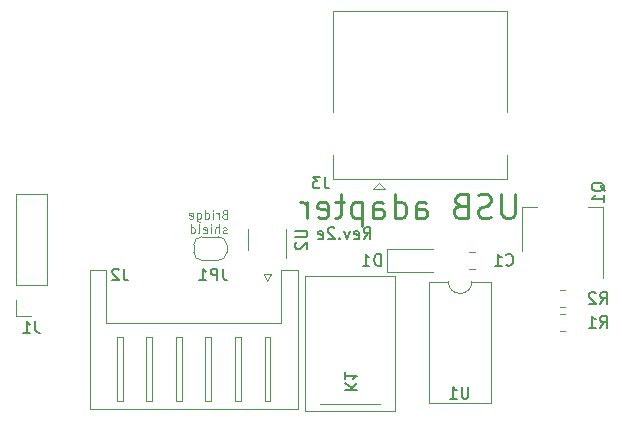
<source format=gbo>
G04 #@! TF.GenerationSoftware,KiCad,Pcbnew,5.1.9+dfsg1-1+deb11u1*
G04 #@! TF.CreationDate,2023-07-30T21:54:34+09:00*
G04 #@! TF.ProjectId,tablet-usb-adapter,7461626c-6574-42d7-9573-622d61646170,rev?*
G04 #@! TF.SameCoordinates,Original*
G04 #@! TF.FileFunction,Legend,Bot*
G04 #@! TF.FilePolarity,Positive*
%FSLAX46Y46*%
G04 Gerber Fmt 4.6, Leading zero omitted, Abs format (unit mm)*
G04 Created by KiCad (PCBNEW 5.1.9+dfsg1-1+deb11u1) date 2023-07-30 21:54:34*
%MOMM*%
%LPD*%
G01*
G04 APERTURE LIST*
%ADD10C,0.100000*%
%ADD11C,0.150000*%
%ADD12C,0.250000*%
%ADD13C,0.120000*%
%ADD14C,5.600000*%
%ADD15R,1.700000X1.700000*%
%ADD16O,1.700000X1.700000*%
%ADD17O,1.700000X1.950000*%
%ADD18C,3.500000*%
%ADD19R,1.524000X1.524000*%
%ADD20C,1.524000*%
%ADD21R,3.800000X2.000000*%
%ADD22R,1.500000X2.000000*%
%ADD23R,1.600000X1.600000*%
%ADD24O,1.600000X1.600000*%
%ADD25R,0.900000X1.200000*%
%ADD26C,2.000000*%
%ADD27R,0.650000X1.060000*%
%ADD28R,1.000000X1.000000*%
G04 APERTURE END LIST*
D10*
X114857142Y-74333928D02*
X114750000Y-74369642D01*
X114714285Y-74405357D01*
X114678571Y-74476785D01*
X114678571Y-74583928D01*
X114714285Y-74655357D01*
X114750000Y-74691071D01*
X114821428Y-74726785D01*
X115107142Y-74726785D01*
X115107142Y-73976785D01*
X114857142Y-73976785D01*
X114785714Y-74012500D01*
X114750000Y-74048214D01*
X114714285Y-74119642D01*
X114714285Y-74191071D01*
X114750000Y-74262500D01*
X114785714Y-74298214D01*
X114857142Y-74333928D01*
X115107142Y-74333928D01*
X114357142Y-74726785D02*
X114357142Y-74226785D01*
X114357142Y-74369642D02*
X114321428Y-74298214D01*
X114285714Y-74262500D01*
X114214285Y-74226785D01*
X114142857Y-74226785D01*
X113892857Y-74726785D02*
X113892857Y-74226785D01*
X113892857Y-73976785D02*
X113928571Y-74012500D01*
X113892857Y-74048214D01*
X113857142Y-74012500D01*
X113892857Y-73976785D01*
X113892857Y-74048214D01*
X113214285Y-74726785D02*
X113214285Y-73976785D01*
X113214285Y-74691071D02*
X113285714Y-74726785D01*
X113428571Y-74726785D01*
X113500000Y-74691071D01*
X113535714Y-74655357D01*
X113571428Y-74583928D01*
X113571428Y-74369642D01*
X113535714Y-74298214D01*
X113500000Y-74262500D01*
X113428571Y-74226785D01*
X113285714Y-74226785D01*
X113214285Y-74262500D01*
X112535714Y-74226785D02*
X112535714Y-74833928D01*
X112571428Y-74905357D01*
X112607142Y-74941071D01*
X112678571Y-74976785D01*
X112785714Y-74976785D01*
X112857142Y-74941071D01*
X112535714Y-74691071D02*
X112607142Y-74726785D01*
X112750000Y-74726785D01*
X112821428Y-74691071D01*
X112857142Y-74655357D01*
X112892857Y-74583928D01*
X112892857Y-74369642D01*
X112857142Y-74298214D01*
X112821428Y-74262500D01*
X112750000Y-74226785D01*
X112607142Y-74226785D01*
X112535714Y-74262500D01*
X111892857Y-74691071D02*
X111964285Y-74726785D01*
X112107142Y-74726785D01*
X112178571Y-74691071D01*
X112214285Y-74619642D01*
X112214285Y-74333928D01*
X112178571Y-74262500D01*
X112107142Y-74226785D01*
X111964285Y-74226785D01*
X111892857Y-74262500D01*
X111857142Y-74333928D01*
X111857142Y-74405357D01*
X112214285Y-74476785D01*
X115035714Y-75916071D02*
X114964285Y-75951785D01*
X114821428Y-75951785D01*
X114750000Y-75916071D01*
X114714285Y-75844642D01*
X114714285Y-75808928D01*
X114750000Y-75737500D01*
X114821428Y-75701785D01*
X114928571Y-75701785D01*
X115000000Y-75666071D01*
X115035714Y-75594642D01*
X115035714Y-75558928D01*
X115000000Y-75487500D01*
X114928571Y-75451785D01*
X114821428Y-75451785D01*
X114750000Y-75487500D01*
X114392857Y-75951785D02*
X114392857Y-75201785D01*
X114071428Y-75951785D02*
X114071428Y-75558928D01*
X114107142Y-75487500D01*
X114178571Y-75451785D01*
X114285714Y-75451785D01*
X114357142Y-75487500D01*
X114392857Y-75523214D01*
X113714285Y-75951785D02*
X113714285Y-75451785D01*
X113714285Y-75201785D02*
X113750000Y-75237500D01*
X113714285Y-75273214D01*
X113678571Y-75237500D01*
X113714285Y-75201785D01*
X113714285Y-75273214D01*
X113071428Y-75916071D02*
X113142857Y-75951785D01*
X113285714Y-75951785D01*
X113357142Y-75916071D01*
X113392857Y-75844642D01*
X113392857Y-75558928D01*
X113357142Y-75487500D01*
X113285714Y-75451785D01*
X113142857Y-75451785D01*
X113071428Y-75487500D01*
X113035714Y-75558928D01*
X113035714Y-75630357D01*
X113392857Y-75701785D01*
X112607142Y-75951785D02*
X112678571Y-75916071D01*
X112714285Y-75844642D01*
X112714285Y-75201785D01*
X112000000Y-75951785D02*
X112000000Y-75201785D01*
X112000000Y-75916071D02*
X112071428Y-75951785D01*
X112214285Y-75951785D01*
X112285714Y-75916071D01*
X112321428Y-75880357D01*
X112357142Y-75808928D01*
X112357142Y-75594642D01*
X112321428Y-75523214D01*
X112285714Y-75487500D01*
X112214285Y-75451785D01*
X112071428Y-75451785D01*
X112000000Y-75487500D01*
D11*
X126642857Y-76452380D02*
X126976190Y-75976190D01*
X127214285Y-76452380D02*
X127214285Y-75452380D01*
X126833333Y-75452380D01*
X126738095Y-75500000D01*
X126690476Y-75547619D01*
X126642857Y-75642857D01*
X126642857Y-75785714D01*
X126690476Y-75880952D01*
X126738095Y-75928571D01*
X126833333Y-75976190D01*
X127214285Y-75976190D01*
X125833333Y-76404761D02*
X125928571Y-76452380D01*
X126119047Y-76452380D01*
X126214285Y-76404761D01*
X126261904Y-76309523D01*
X126261904Y-75928571D01*
X126214285Y-75833333D01*
X126119047Y-75785714D01*
X125928571Y-75785714D01*
X125833333Y-75833333D01*
X125785714Y-75928571D01*
X125785714Y-76023809D01*
X126261904Y-76119047D01*
X125452380Y-75785714D02*
X125214285Y-76452380D01*
X124976190Y-75785714D01*
X124595238Y-76357142D02*
X124547619Y-76404761D01*
X124595238Y-76452380D01*
X124642857Y-76404761D01*
X124595238Y-76357142D01*
X124595238Y-76452380D01*
X124166666Y-75547619D02*
X124119047Y-75500000D01*
X124023809Y-75452380D01*
X123785714Y-75452380D01*
X123690476Y-75500000D01*
X123642857Y-75547619D01*
X123595238Y-75642857D01*
X123595238Y-75738095D01*
X123642857Y-75880952D01*
X124214285Y-76452380D01*
X123595238Y-76452380D01*
X122785714Y-76404761D02*
X122880952Y-76452380D01*
X123071428Y-76452380D01*
X123166666Y-76404761D01*
X123214285Y-76309523D01*
X123214285Y-75928571D01*
X123166666Y-75833333D01*
X123071428Y-75785714D01*
X122880952Y-75785714D01*
X122785714Y-75833333D01*
X122738095Y-75928571D01*
X122738095Y-76023809D01*
X123214285Y-76119047D01*
D12*
X139452380Y-72654761D02*
X139452380Y-74273809D01*
X139357142Y-74464285D01*
X139261904Y-74559523D01*
X139071428Y-74654761D01*
X138690476Y-74654761D01*
X138500000Y-74559523D01*
X138404761Y-74464285D01*
X138309523Y-74273809D01*
X138309523Y-72654761D01*
X137452380Y-74559523D02*
X137166666Y-74654761D01*
X136690476Y-74654761D01*
X136500000Y-74559523D01*
X136404761Y-74464285D01*
X136309523Y-74273809D01*
X136309523Y-74083333D01*
X136404761Y-73892857D01*
X136500000Y-73797619D01*
X136690476Y-73702380D01*
X137071428Y-73607142D01*
X137261904Y-73511904D01*
X137357142Y-73416666D01*
X137452380Y-73226190D01*
X137452380Y-73035714D01*
X137357142Y-72845238D01*
X137261904Y-72750000D01*
X137071428Y-72654761D01*
X136595238Y-72654761D01*
X136309523Y-72750000D01*
X134785714Y-73607142D02*
X134500000Y-73702380D01*
X134404761Y-73797619D01*
X134309523Y-73988095D01*
X134309523Y-74273809D01*
X134404761Y-74464285D01*
X134500000Y-74559523D01*
X134690476Y-74654761D01*
X135452380Y-74654761D01*
X135452380Y-72654761D01*
X134785714Y-72654761D01*
X134595238Y-72750000D01*
X134500000Y-72845238D01*
X134404761Y-73035714D01*
X134404761Y-73226190D01*
X134500000Y-73416666D01*
X134595238Y-73511904D01*
X134785714Y-73607142D01*
X135452380Y-73607142D01*
X131071428Y-74654761D02*
X131071428Y-73607142D01*
X131166666Y-73416666D01*
X131357142Y-73321428D01*
X131738095Y-73321428D01*
X131928571Y-73416666D01*
X131071428Y-74559523D02*
X131261904Y-74654761D01*
X131738095Y-74654761D01*
X131928571Y-74559523D01*
X132023809Y-74369047D01*
X132023809Y-74178571D01*
X131928571Y-73988095D01*
X131738095Y-73892857D01*
X131261904Y-73892857D01*
X131071428Y-73797619D01*
X129261904Y-74654761D02*
X129261904Y-72654761D01*
X129261904Y-74559523D02*
X129452380Y-74654761D01*
X129833333Y-74654761D01*
X130023809Y-74559523D01*
X130119047Y-74464285D01*
X130214285Y-74273809D01*
X130214285Y-73702380D01*
X130119047Y-73511904D01*
X130023809Y-73416666D01*
X129833333Y-73321428D01*
X129452380Y-73321428D01*
X129261904Y-73416666D01*
X127452380Y-74654761D02*
X127452380Y-73607142D01*
X127547619Y-73416666D01*
X127738095Y-73321428D01*
X128119047Y-73321428D01*
X128309523Y-73416666D01*
X127452380Y-74559523D02*
X127642857Y-74654761D01*
X128119047Y-74654761D01*
X128309523Y-74559523D01*
X128404761Y-74369047D01*
X128404761Y-74178571D01*
X128309523Y-73988095D01*
X128119047Y-73892857D01*
X127642857Y-73892857D01*
X127452380Y-73797619D01*
X126500000Y-73321428D02*
X126500000Y-75321428D01*
X126500000Y-73416666D02*
X126309523Y-73321428D01*
X125928571Y-73321428D01*
X125738095Y-73416666D01*
X125642857Y-73511904D01*
X125547619Y-73702380D01*
X125547619Y-74273809D01*
X125642857Y-74464285D01*
X125738095Y-74559523D01*
X125928571Y-74654761D01*
X126309523Y-74654761D01*
X126500000Y-74559523D01*
X124976190Y-73321428D02*
X124214285Y-73321428D01*
X124690476Y-72654761D02*
X124690476Y-74369047D01*
X124595238Y-74559523D01*
X124404761Y-74654761D01*
X124214285Y-74654761D01*
X122785714Y-74559523D02*
X122976190Y-74654761D01*
X123357142Y-74654761D01*
X123547619Y-74559523D01*
X123642857Y-74369047D01*
X123642857Y-73607142D01*
X123547619Y-73416666D01*
X123357142Y-73321428D01*
X122976190Y-73321428D01*
X122785714Y-73416666D01*
X122690476Y-73607142D01*
X122690476Y-73797619D01*
X123642857Y-73988095D01*
X121833333Y-74654761D02*
X121833333Y-73321428D01*
X121833333Y-73702380D02*
X121738095Y-73511904D01*
X121642857Y-73416666D01*
X121452380Y-73321428D01*
X121261904Y-73321428D01*
D13*
X143727064Y-80765000D02*
X143272936Y-80765000D01*
X143727064Y-82235000D02*
X143272936Y-82235000D01*
X135526248Y-78985000D02*
X136048752Y-78985000D01*
X135526248Y-77515000D02*
X136048752Y-77515000D01*
X97170000Y-72670000D02*
X99830000Y-72670000D01*
X97170000Y-80350000D02*
X97170000Y-72670000D01*
X99830000Y-80350000D02*
X99830000Y-72670000D01*
X97170000Y-80350000D02*
X99830000Y-80350000D01*
X97170000Y-81620000D02*
X97170000Y-82950000D01*
X97170000Y-82950000D02*
X98500000Y-82950000D01*
X112250000Y-90810000D02*
X121060000Y-90810000D01*
X121060000Y-90810000D02*
X121060000Y-79090000D01*
X121060000Y-79090000D02*
X119640000Y-79090000D01*
X119640000Y-79090000D02*
X119640000Y-83590000D01*
X119640000Y-83590000D02*
X112250000Y-83590000D01*
X112250000Y-90810000D02*
X103440000Y-90810000D01*
X103440000Y-90810000D02*
X103440000Y-79090000D01*
X103440000Y-79090000D02*
X104860000Y-79090000D01*
X104860000Y-79090000D02*
X104860000Y-83590000D01*
X104860000Y-83590000D02*
X112250000Y-83590000D01*
X118750000Y-84700000D02*
X118750000Y-90200000D01*
X118750000Y-90200000D02*
X118250000Y-90200000D01*
X118250000Y-90200000D02*
X118250000Y-84700000D01*
X118250000Y-84700000D02*
X118750000Y-84700000D01*
X116250000Y-84700000D02*
X116250000Y-90200000D01*
X116250000Y-90200000D02*
X115750000Y-90200000D01*
X115750000Y-90200000D02*
X115750000Y-84700000D01*
X115750000Y-84700000D02*
X116250000Y-84700000D01*
X113750000Y-84700000D02*
X113750000Y-90200000D01*
X113750000Y-90200000D02*
X113250000Y-90200000D01*
X113250000Y-90200000D02*
X113250000Y-84700000D01*
X113250000Y-84700000D02*
X113750000Y-84700000D01*
X111250000Y-84700000D02*
X111250000Y-90200000D01*
X111250000Y-90200000D02*
X110750000Y-90200000D01*
X110750000Y-90200000D02*
X110750000Y-84700000D01*
X110750000Y-84700000D02*
X111250000Y-84700000D01*
X108750000Y-84700000D02*
X108750000Y-90200000D01*
X108750000Y-90200000D02*
X108250000Y-90200000D01*
X108250000Y-90200000D02*
X108250000Y-84700000D01*
X108250000Y-84700000D02*
X108750000Y-84700000D01*
X106250000Y-84700000D02*
X106250000Y-90200000D01*
X106250000Y-90200000D02*
X105750000Y-90200000D01*
X105750000Y-90200000D02*
X105750000Y-84700000D01*
X105750000Y-84700000D02*
X106250000Y-84700000D01*
X118500000Y-80000000D02*
X118800000Y-79400000D01*
X118800000Y-79400000D02*
X118200000Y-79400000D01*
X118200000Y-79400000D02*
X118500000Y-80000000D01*
X124070000Y-65650000D02*
X124070000Y-57110000D01*
X124070000Y-57110000D02*
X138790000Y-57110000D01*
X138790000Y-65650000D02*
X138790000Y-57110000D01*
X124070000Y-71330000D02*
X138790000Y-71330000D01*
X124070000Y-71330000D02*
X124070000Y-69350000D01*
X138790000Y-69350000D02*
X138790000Y-71330000D01*
X127430000Y-72210000D02*
X127930000Y-71710000D01*
X127930000Y-71710000D02*
X128430000Y-72210000D01*
X128430000Y-72210000D02*
X127430000Y-72210000D01*
X140090000Y-73740000D02*
X141350000Y-73740000D01*
X146910000Y-73740000D02*
X145650000Y-73740000D01*
X140090000Y-77500000D02*
X140090000Y-73740000D01*
X146910000Y-79750000D02*
X146910000Y-73740000D01*
X143727064Y-84235000D02*
X143272936Y-84235000D01*
X143727064Y-82765000D02*
X143272936Y-82765000D01*
X135810000Y-80050000D02*
X137460000Y-80050000D01*
X137460000Y-80050000D02*
X137460000Y-90330000D01*
X137460000Y-90330000D02*
X132160000Y-90330000D01*
X132160000Y-90330000D02*
X132160000Y-80050000D01*
X132160000Y-80050000D02*
X133810000Y-80050000D01*
X133810000Y-80050000D02*
G75*
G03*
X135810000Y-80050000I1000000J0D01*
G01*
X128600000Y-79250000D02*
X132500000Y-79250000D01*
X128600000Y-77250000D02*
X132500000Y-77250000D01*
X128600000Y-79250000D02*
X128600000Y-77250000D01*
X129270000Y-79595000D02*
X129270000Y-91025000D01*
X129270000Y-91025000D02*
X121650000Y-91025000D01*
X121650000Y-91025000D02*
X121650000Y-79595000D01*
X121650000Y-79595000D02*
X129270000Y-79595000D01*
X128000000Y-90390000D02*
X122920000Y-90390000D01*
X112950000Y-78250000D02*
X114350000Y-78250000D01*
X115050000Y-77550000D02*
X115050000Y-76950000D01*
X114350000Y-76250000D02*
X112950000Y-76250000D01*
X112250000Y-76950000D02*
X112250000Y-77550000D01*
X114350000Y-78250000D02*
G75*
G03*
X115050000Y-77550000I0J700000D01*
G01*
X115050000Y-76950000D02*
G75*
G03*
X114350000Y-76250000I-700000J0D01*
G01*
X112950000Y-76250000D02*
G75*
G03*
X112250000Y-76950000I0J-700000D01*
G01*
X112250000Y-77550000D02*
G75*
G03*
X112950000Y-78250000I700000J0D01*
G01*
X116890000Y-77400000D02*
X116890000Y-75600000D01*
X120110000Y-75600000D02*
X120110000Y-78050000D01*
D11*
X146666666Y-81952380D02*
X147000000Y-81476190D01*
X147238095Y-81952380D02*
X147238095Y-80952380D01*
X146857142Y-80952380D01*
X146761904Y-81000000D01*
X146714285Y-81047619D01*
X146666666Y-81142857D01*
X146666666Y-81285714D01*
X146714285Y-81380952D01*
X146761904Y-81428571D01*
X146857142Y-81476190D01*
X147238095Y-81476190D01*
X146285714Y-81047619D02*
X146238095Y-81000000D01*
X146142857Y-80952380D01*
X145904761Y-80952380D01*
X145809523Y-81000000D01*
X145761904Y-81047619D01*
X145714285Y-81142857D01*
X145714285Y-81238095D01*
X145761904Y-81380952D01*
X146333333Y-81952380D01*
X145714285Y-81952380D01*
X138704166Y-78607142D02*
X138751785Y-78654761D01*
X138894642Y-78702380D01*
X138989880Y-78702380D01*
X139132738Y-78654761D01*
X139227976Y-78559523D01*
X139275595Y-78464285D01*
X139323214Y-78273809D01*
X139323214Y-78130952D01*
X139275595Y-77940476D01*
X139227976Y-77845238D01*
X139132738Y-77750000D01*
X138989880Y-77702380D01*
X138894642Y-77702380D01*
X138751785Y-77750000D01*
X138704166Y-77797619D01*
X137751785Y-78702380D02*
X138323214Y-78702380D01*
X138037500Y-78702380D02*
X138037500Y-77702380D01*
X138132738Y-77845238D01*
X138227976Y-77940476D01*
X138323214Y-77988095D01*
X98833333Y-83402380D02*
X98833333Y-84116666D01*
X98880952Y-84259523D01*
X98976190Y-84354761D01*
X99119047Y-84402380D01*
X99214285Y-84402380D01*
X97833333Y-84402380D02*
X98404761Y-84402380D01*
X98119047Y-84402380D02*
X98119047Y-83402380D01*
X98214285Y-83545238D01*
X98309523Y-83640476D01*
X98404761Y-83688095D01*
X106333333Y-78952380D02*
X106333333Y-79666666D01*
X106380952Y-79809523D01*
X106476190Y-79904761D01*
X106619047Y-79952380D01*
X106714285Y-79952380D01*
X105904761Y-79047619D02*
X105857142Y-79000000D01*
X105761904Y-78952380D01*
X105523809Y-78952380D01*
X105428571Y-79000000D01*
X105380952Y-79047619D01*
X105333333Y-79142857D01*
X105333333Y-79238095D01*
X105380952Y-79380952D01*
X105952380Y-79952380D01*
X105333333Y-79952380D01*
X123333333Y-71162380D02*
X123333333Y-71876666D01*
X123380952Y-72019523D01*
X123476190Y-72114761D01*
X123619047Y-72162380D01*
X123714285Y-72162380D01*
X122952380Y-71162380D02*
X122333333Y-71162380D01*
X122666666Y-71543333D01*
X122523809Y-71543333D01*
X122428571Y-71590952D01*
X122380952Y-71638571D01*
X122333333Y-71733809D01*
X122333333Y-71971904D01*
X122380952Y-72067142D01*
X122428571Y-72114761D01*
X122523809Y-72162380D01*
X122809523Y-72162380D01*
X122904761Y-72114761D01*
X122952380Y-72067142D01*
X147047619Y-72404761D02*
X147000000Y-72309523D01*
X146904761Y-72214285D01*
X146761904Y-72071428D01*
X146714285Y-71976190D01*
X146714285Y-71880952D01*
X146952380Y-71928571D02*
X146904761Y-71833333D01*
X146809523Y-71738095D01*
X146619047Y-71690476D01*
X146285714Y-71690476D01*
X146095238Y-71738095D01*
X146000000Y-71833333D01*
X145952380Y-71928571D01*
X145952380Y-72119047D01*
X146000000Y-72214285D01*
X146095238Y-72309523D01*
X146285714Y-72357142D01*
X146619047Y-72357142D01*
X146809523Y-72309523D01*
X146904761Y-72214285D01*
X146952380Y-72119047D01*
X146952380Y-71928571D01*
X146952380Y-73309523D02*
X146952380Y-72738095D01*
X146952380Y-73023809D02*
X145952380Y-73023809D01*
X146095238Y-72928571D01*
X146190476Y-72833333D01*
X146238095Y-72738095D01*
X146666666Y-83952380D02*
X147000000Y-83476190D01*
X147238095Y-83952380D02*
X147238095Y-82952380D01*
X146857142Y-82952380D01*
X146761904Y-83000000D01*
X146714285Y-83047619D01*
X146666666Y-83142857D01*
X146666666Y-83285714D01*
X146714285Y-83380952D01*
X146761904Y-83428571D01*
X146857142Y-83476190D01*
X147238095Y-83476190D01*
X145714285Y-83952380D02*
X146285714Y-83952380D01*
X146000000Y-83952380D02*
X146000000Y-82952380D01*
X146095238Y-83095238D01*
X146190476Y-83190476D01*
X146285714Y-83238095D01*
X135511904Y-88952380D02*
X135511904Y-89761904D01*
X135464285Y-89857142D01*
X135416666Y-89904761D01*
X135321428Y-89952380D01*
X135130952Y-89952380D01*
X135035714Y-89904761D01*
X134988095Y-89857142D01*
X134940476Y-89761904D01*
X134940476Y-88952380D01*
X133940476Y-89952380D02*
X134511904Y-89952380D01*
X134226190Y-89952380D02*
X134226190Y-88952380D01*
X134321428Y-89095238D01*
X134416666Y-89190476D01*
X134511904Y-89238095D01*
X128088095Y-78702380D02*
X128088095Y-77702380D01*
X127850000Y-77702380D01*
X127707142Y-77750000D01*
X127611904Y-77845238D01*
X127564285Y-77940476D01*
X127516666Y-78130952D01*
X127516666Y-78273809D01*
X127564285Y-78464285D01*
X127611904Y-78559523D01*
X127707142Y-78654761D01*
X127850000Y-78702380D01*
X128088095Y-78702380D01*
X126564285Y-78702380D02*
X127135714Y-78702380D01*
X126850000Y-78702380D02*
X126850000Y-77702380D01*
X126945238Y-77845238D01*
X127040476Y-77940476D01*
X127135714Y-77988095D01*
X125047619Y-89238095D02*
X126047619Y-89238095D01*
X125047619Y-88666666D02*
X125619047Y-89095238D01*
X126047619Y-88666666D02*
X125476190Y-89238095D01*
X125047619Y-87714285D02*
X125047619Y-88285714D01*
X125047619Y-88000000D02*
X126047619Y-88000000D01*
X125904761Y-88095238D01*
X125809523Y-88190476D01*
X125761904Y-88285714D01*
X114733333Y-78952380D02*
X114733333Y-79666666D01*
X114780952Y-79809523D01*
X114876190Y-79904761D01*
X115019047Y-79952380D01*
X115114285Y-79952380D01*
X114257142Y-79952380D02*
X114257142Y-78952380D01*
X113876190Y-78952380D01*
X113780952Y-79000000D01*
X113733333Y-79047619D01*
X113685714Y-79142857D01*
X113685714Y-79285714D01*
X113733333Y-79380952D01*
X113780952Y-79428571D01*
X113876190Y-79476190D01*
X114257142Y-79476190D01*
X112733333Y-79952380D02*
X113304761Y-79952380D01*
X113019047Y-79952380D02*
X113019047Y-78952380D01*
X113114285Y-79095238D01*
X113209523Y-79190476D01*
X113304761Y-79238095D01*
X120852380Y-75738095D02*
X121661904Y-75738095D01*
X121757142Y-75785714D01*
X121804761Y-75833333D01*
X121852380Y-75928571D01*
X121852380Y-76119047D01*
X121804761Y-76214285D01*
X121757142Y-76261904D01*
X121661904Y-76309523D01*
X120852380Y-76309523D01*
X120947619Y-76738095D02*
X120900000Y-76785714D01*
X120852380Y-76880952D01*
X120852380Y-77119047D01*
X120900000Y-77214285D01*
X120947619Y-77261904D01*
X121042857Y-77309523D01*
X121138095Y-77309523D01*
X121280952Y-77261904D01*
X121852380Y-76690476D01*
X121852380Y-77309523D01*
%LPC*%
D14*
X119000000Y-67500000D03*
X99500000Y-88000000D03*
X144000000Y-88000000D03*
X144000000Y-67500000D03*
X99500000Y-67500000D03*
G36*
G01*
X145100000Y-81049999D02*
X145100000Y-81950001D01*
G75*
G02*
X144850001Y-82200000I-249999J0D01*
G01*
X144149999Y-82200000D01*
G75*
G02*
X143900000Y-81950001I0J249999D01*
G01*
X143900000Y-81049999D01*
G75*
G02*
X144149999Y-80800000I249999J0D01*
G01*
X144850001Y-80800000D01*
G75*
G02*
X145100000Y-81049999I0J-249999D01*
G01*
G37*
G36*
G01*
X143100000Y-81049999D02*
X143100000Y-81950001D01*
G75*
G02*
X142850001Y-82200000I-249999J0D01*
G01*
X142149999Y-82200000D01*
G75*
G02*
X141900000Y-81950001I0J249999D01*
G01*
X141900000Y-81049999D01*
G75*
G02*
X142149999Y-80800000I249999J0D01*
G01*
X142850001Y-80800000D01*
G75*
G02*
X143100000Y-81049999I0J-249999D01*
G01*
G37*
G36*
G01*
X134162500Y-78725000D02*
X134162500Y-77775000D01*
G75*
G02*
X134412500Y-77525000I250000J0D01*
G01*
X135087500Y-77525000D01*
G75*
G02*
X135337500Y-77775000I0J-250000D01*
G01*
X135337500Y-78725000D01*
G75*
G02*
X135087500Y-78975000I-250000J0D01*
G01*
X134412500Y-78975000D01*
G75*
G02*
X134162500Y-78725000I0J250000D01*
G01*
G37*
G36*
G01*
X136237500Y-78725000D02*
X136237500Y-77775000D01*
G75*
G02*
X136487500Y-77525000I250000J0D01*
G01*
X137162500Y-77525000D01*
G75*
G02*
X137412500Y-77775000I0J-250000D01*
G01*
X137412500Y-78725000D01*
G75*
G02*
X137162500Y-78975000I-250000J0D01*
G01*
X136487500Y-78975000D01*
G75*
G02*
X136237500Y-78725000I0J250000D01*
G01*
G37*
D15*
X98500000Y-81620000D03*
D16*
X98500000Y-79080000D03*
X98500000Y-76540000D03*
X98500000Y-74000000D03*
G36*
G01*
X119350000Y-80775000D02*
X119350000Y-82225000D01*
G75*
G02*
X119100000Y-82475000I-250000J0D01*
G01*
X117900000Y-82475000D01*
G75*
G02*
X117650000Y-82225000I0J250000D01*
G01*
X117650000Y-80775000D01*
G75*
G02*
X117900000Y-80525000I250000J0D01*
G01*
X119100000Y-80525000D01*
G75*
G02*
X119350000Y-80775000I0J-250000D01*
G01*
G37*
D17*
X116000000Y-81500000D03*
X113500000Y-81500000D03*
X111000000Y-81500000D03*
X108500000Y-81500000D03*
X106000000Y-81500000D03*
D18*
X138000000Y-67500000D03*
X124860000Y-67500000D03*
D19*
X127930000Y-70210000D03*
D20*
X130430000Y-70210000D03*
X132430000Y-70210000D03*
X134930000Y-70210000D03*
D21*
X143500000Y-72500000D03*
D22*
X143500000Y-78800000D03*
X141200000Y-78800000D03*
X145800000Y-78800000D03*
G36*
G01*
X143100000Y-83049999D02*
X143100000Y-83950001D01*
G75*
G02*
X142850001Y-84200000I-249999J0D01*
G01*
X142149999Y-84200000D01*
G75*
G02*
X141900000Y-83950001I0J249999D01*
G01*
X141900000Y-83049999D01*
G75*
G02*
X142149999Y-82800000I249999J0D01*
G01*
X142850001Y-82800000D01*
G75*
G02*
X143100000Y-83049999I0J-249999D01*
G01*
G37*
G36*
G01*
X145100000Y-83049999D02*
X145100000Y-83950001D01*
G75*
G02*
X144850001Y-84200000I-249999J0D01*
G01*
X144149999Y-84200000D01*
G75*
G02*
X143900000Y-83950001I0J249999D01*
G01*
X143900000Y-83049999D01*
G75*
G02*
X144149999Y-82800000I249999J0D01*
G01*
X144850001Y-82800000D01*
G75*
G02*
X145100000Y-83049999I0J-249999D01*
G01*
G37*
D23*
X138620000Y-81380000D03*
D24*
X131000000Y-89000000D03*
X138620000Y-83920000D03*
X131000000Y-86460000D03*
X138620000Y-86460000D03*
X131000000Y-83920000D03*
X138620000Y-89000000D03*
X131000000Y-81380000D03*
D25*
X129200000Y-78250000D03*
X132500000Y-78250000D03*
D20*
X122920000Y-81500000D03*
X128000000Y-81500000D03*
X122920000Y-86580000D03*
X128000000Y-89120000D03*
D10*
G36*
X113500000Y-78000000D02*
G01*
X113000000Y-78000000D01*
X113000000Y-77999398D01*
X112975466Y-77999398D01*
X112926635Y-77994588D01*
X112878510Y-77985016D01*
X112831555Y-77970772D01*
X112786222Y-77951995D01*
X112742949Y-77928864D01*
X112702150Y-77901604D01*
X112664221Y-77870476D01*
X112629524Y-77835779D01*
X112598396Y-77797850D01*
X112571136Y-77757051D01*
X112548005Y-77713778D01*
X112529228Y-77668445D01*
X112514984Y-77621490D01*
X112505412Y-77573365D01*
X112500602Y-77524534D01*
X112500602Y-77500000D01*
X112500000Y-77500000D01*
X112500000Y-77000000D01*
X112500602Y-77000000D01*
X112500602Y-76975466D01*
X112505412Y-76926635D01*
X112514984Y-76878510D01*
X112529228Y-76831555D01*
X112548005Y-76786222D01*
X112571136Y-76742949D01*
X112598396Y-76702150D01*
X112629524Y-76664221D01*
X112664221Y-76629524D01*
X112702150Y-76598396D01*
X112742949Y-76571136D01*
X112786222Y-76548005D01*
X112831555Y-76529228D01*
X112878510Y-76514984D01*
X112926635Y-76505412D01*
X112975466Y-76500602D01*
X113000000Y-76500602D01*
X113000000Y-76500000D01*
X113500000Y-76500000D01*
X113500000Y-78000000D01*
G37*
G36*
X114300000Y-76500602D02*
G01*
X114324534Y-76500602D01*
X114373365Y-76505412D01*
X114421490Y-76514984D01*
X114468445Y-76529228D01*
X114513778Y-76548005D01*
X114557051Y-76571136D01*
X114597850Y-76598396D01*
X114635779Y-76629524D01*
X114670476Y-76664221D01*
X114701604Y-76702150D01*
X114728864Y-76742949D01*
X114751995Y-76786222D01*
X114770772Y-76831555D01*
X114785016Y-76878510D01*
X114794588Y-76926635D01*
X114799398Y-76975466D01*
X114799398Y-77000000D01*
X114800000Y-77000000D01*
X114800000Y-77500000D01*
X114799398Y-77500000D01*
X114799398Y-77524534D01*
X114794588Y-77573365D01*
X114785016Y-77621490D01*
X114770772Y-77668445D01*
X114751995Y-77713778D01*
X114728864Y-77757051D01*
X114701604Y-77797850D01*
X114670476Y-77835779D01*
X114635779Y-77870476D01*
X114597850Y-77901604D01*
X114557051Y-77928864D01*
X114513778Y-77951995D01*
X114468445Y-77970772D01*
X114421490Y-77985016D01*
X114373365Y-77994588D01*
X114324534Y-77999398D01*
X114300000Y-77999398D01*
X114300000Y-78000000D01*
X113800000Y-78000000D01*
X113800000Y-76500000D01*
X114300000Y-76500000D01*
X114300000Y-76500602D01*
G37*
D20*
X111750000Y-66750000D03*
X106750000Y-66750000D03*
D26*
X112850000Y-69150000D03*
X105650000Y-69150000D03*
D27*
X119450000Y-77600000D03*
X118500000Y-77600000D03*
X117550000Y-77600000D03*
X117550000Y-75400000D03*
X119450000Y-75400000D03*
D28*
X108250000Y-75500000D03*
X110250000Y-71000000D03*
X108250000Y-71000000D03*
X110250000Y-75500000D03*
M02*

</source>
